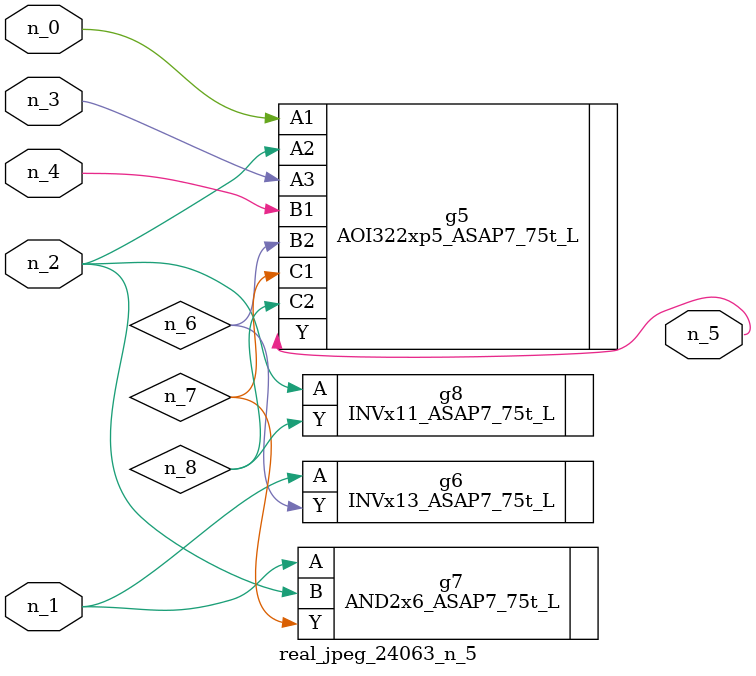
<source format=v>
module real_jpeg_24063_n_5 (n_4, n_0, n_1, n_2, n_3, n_5);

input n_4;
input n_0;
input n_1;
input n_2;
input n_3;

output n_5;

wire n_8;
wire n_6;
wire n_7;

AOI322xp5_ASAP7_75t_L g5 ( 
.A1(n_0),
.A2(n_2),
.A3(n_3),
.B1(n_4),
.B2(n_6),
.C1(n_7),
.C2(n_8),
.Y(n_5)
);

INVx13_ASAP7_75t_L g6 ( 
.A(n_1),
.Y(n_6)
);

AND2x6_ASAP7_75t_L g7 ( 
.A(n_1),
.B(n_2),
.Y(n_7)
);

INVx11_ASAP7_75t_L g8 ( 
.A(n_2),
.Y(n_8)
);


endmodule
</source>
